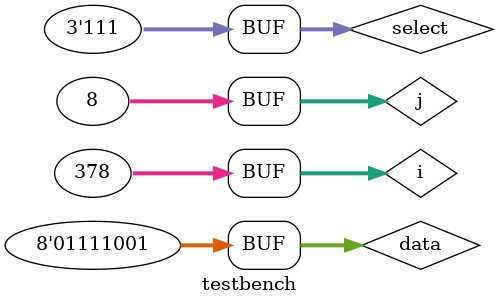
<source format=v>
`timescale 1ns / 1ps


module testbench;
reg [7:0] data;
reg [2:0] select;
wire out;

integer i,j;

mux_case uut(
    .data(data),
    .select(select),
    .out(out));
    
initial begin
    for( i = 0; i <= 377; i = i+1 )begin
        for( j = 0; j < 8; j = j+1 )begin
            data = i; select = j;
            #5;
        end
    end
end

endmodule

</source>
